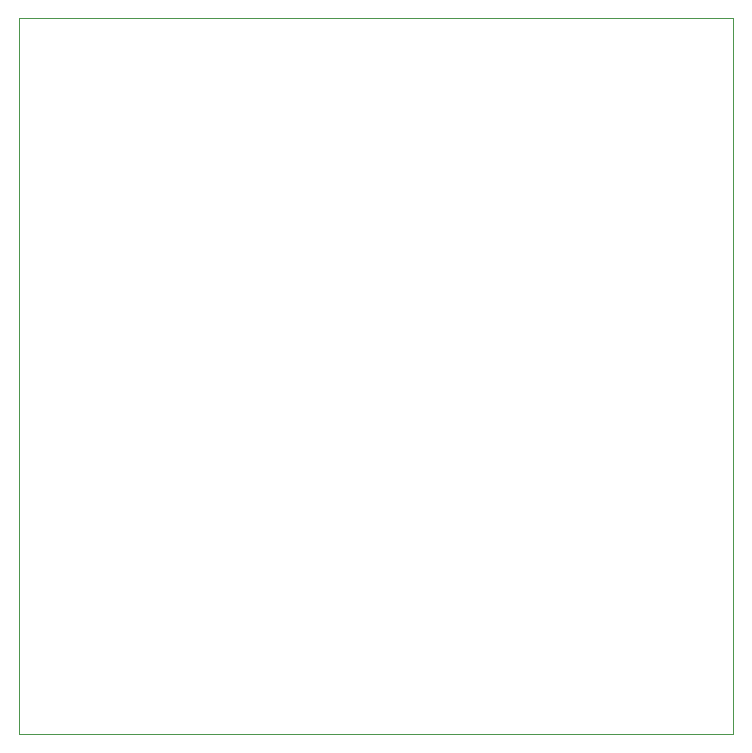
<source format=gbr>
%TF.GenerationSoftware,KiCad,Pcbnew,8.0.2*%
%TF.CreationDate,2025-04-21T15:08:20+02:00*%
%TF.ProjectId,logic,6c6f6769-632e-46b6-9963-61645f706362,rev?*%
%TF.SameCoordinates,Original*%
%TF.FileFunction,Profile,NP*%
%FSLAX46Y46*%
G04 Gerber Fmt 4.6, Leading zero omitted, Abs format (unit mm)*
G04 Created by KiCad (PCBNEW 8.0.2) date 2025-04-21 15:08:20*
%MOMM*%
%LPD*%
G01*
G04 APERTURE LIST*
%TA.AperFunction,Profile*%
%ADD10C,0.100000*%
%TD*%
G04 APERTURE END LIST*
D10*
X115595400Y-97612200D02*
X176123600Y-97612200D01*
X176123600Y-158267400D01*
X115595400Y-158267400D01*
X115595400Y-97612200D01*
M02*

</source>
